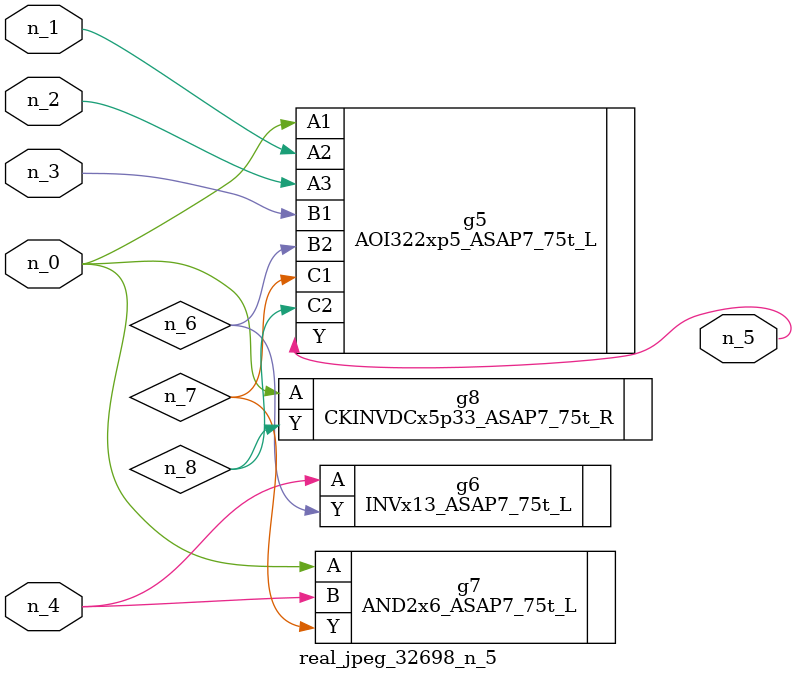
<source format=v>
module real_jpeg_32698_n_5 (n_4, n_0, n_1, n_2, n_3, n_5);

input n_4;
input n_0;
input n_1;
input n_2;
input n_3;

output n_5;

wire n_8;
wire n_6;
wire n_7;

AOI322xp5_ASAP7_75t_L g5 ( 
.A1(n_0),
.A2(n_1),
.A3(n_2),
.B1(n_3),
.B2(n_6),
.C1(n_7),
.C2(n_8),
.Y(n_5)
);

AND2x6_ASAP7_75t_L g7 ( 
.A(n_0),
.B(n_4),
.Y(n_7)
);

CKINVDCx5p33_ASAP7_75t_R g8 ( 
.A(n_0),
.Y(n_8)
);

INVx13_ASAP7_75t_L g6 ( 
.A(n_4),
.Y(n_6)
);


endmodule
</source>
